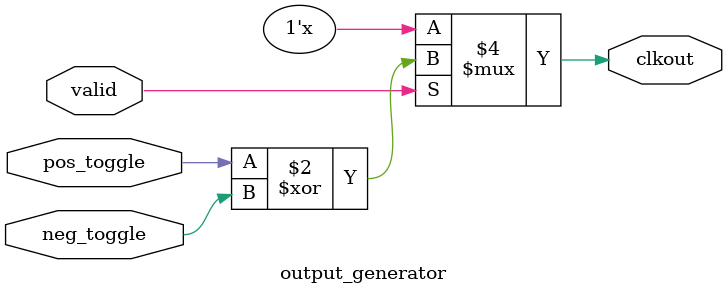
<source format=sv>
module dual_edge_divider (
    input  wire clkin, 
    input  wire rst,
    output wire clkout
);
    // Internal wires for connecting submodules
    wire pos_toggle_out, neg_toggle_out;
    wire valid_out;
    
    // Instantiate positive edge pipeline processing module
    pos_edge_pipeline pos_pipeline (
        .clkin        (clkin),
        .rst          (rst),
        .pos_toggle   (pos_toggle_out),
        .valid        (valid_out)
    );
    
    // Instantiate negative edge pipeline processing module
    neg_edge_pipeline neg_pipeline (
        .clkin        (clkin),
        .rst          (rst),
        .neg_toggle   (neg_toggle_out)
    );
    
    // Instantiate output generation module
    output_generator output_gen (
        .pos_toggle   (pos_toggle_out),
        .neg_toggle   (neg_toggle_out),
        .valid        (valid_out),
        .clkout       (clkout)
    );
    
endmodule

module pos_edge_pipeline (
    input  wire clkin,
    input  wire rst,
    output reg  pos_toggle,
    output reg  valid
);
    // Pipeline stage 1 - Counter registers
    reg [1:0] count_stage1;
    reg toggle_stage1;
    
    // Pipeline stage 2 - Intermediate registers
    reg [1:0] count_stage2;
    reg toggle_stage2;
    
    // Valid signals for pipeline control
    reg valid_stage1, valid_stage2;
    
    // Assign outputs to the final stage values
    assign pos_toggle = toggle_stage2;
    assign valid = valid_stage2;
    
    // Positive edge pipeline
    always @(posedge clkin or posedge rst) begin
        if (rst) begin
            // Initialize pipeline stage 1
            count_stage1 <= 2'b00;
            toggle_stage1 <= 1'b0;
            valid_stage1 <= 1'b0;
            
            // Initialize pipeline stage 2
            count_stage2 <= 2'b00;
            toggle_stage2 <= 1'b0;
            valid_stage2 <= 1'b0;
        end 
        else begin
            // Stage 1: Counter logic
            valid_stage1 <= 1'b1;
            if (count_stage1 == 2'b11) begin
                count_stage1 <= 2'b00;
                toggle_stage1 <= ~toggle_stage1;
            end 
            else begin
                count_stage1 <= count_stage1 + 1'b1;
            end
            
            // Stage 2: Final processing stage
            valid_stage2 <= valid_stage1;
            count_stage2 <= count_stage1;
            toggle_stage2 <= toggle_stage1;
        end
    end
endmodule

module neg_edge_pipeline (
    input  wire clkin,
    input  wire rst,
    output reg  neg_toggle
);
    // Pipeline stage 1 - Counter registers
    reg [1:0] count_stage1;
    reg toggle_stage1;
    
    // Pipeline stage 2 - Intermediate registers
    reg [1:0] count_stage2;
    reg toggle_stage2;
    
    // Assign output to the final stage value
    assign neg_toggle = toggle_stage2;
    
    // Negative edge pipeline
    always @(negedge clkin or posedge rst) begin
        if (rst) begin
            // Initialize negative edge pipeline
            count_stage1 <= 2'b00;
            toggle_stage1 <= 1'b0;
            count_stage2 <= 2'b00;
            toggle_stage2 <= 1'b0;
        end 
        else begin
            // Stage 1: Counter logic
            if (count_stage1 == 2'b11) begin
                count_stage1 <= 2'b00;
                toggle_stage1 <= ~toggle_stage1;
            end 
            else begin
                count_stage1 <= count_stage1 + 1'b1;
            end
            
            // Stage 2: Final processing stage
            count_stage2 <= count_stage1;
            toggle_stage2 <= toggle_stage1;
        end
    end
endmodule

module output_generator (
    input  wire pos_toggle,
    input  wire neg_toggle,
    input  wire valid,
    output reg  clkout
);
    // Output generation logic - Combinational with registered inputs
    always @(pos_toggle or neg_toggle) begin
        if (valid) begin
            clkout = pos_toggle ^ neg_toggle;
        end
    end
endmodule
</source>
